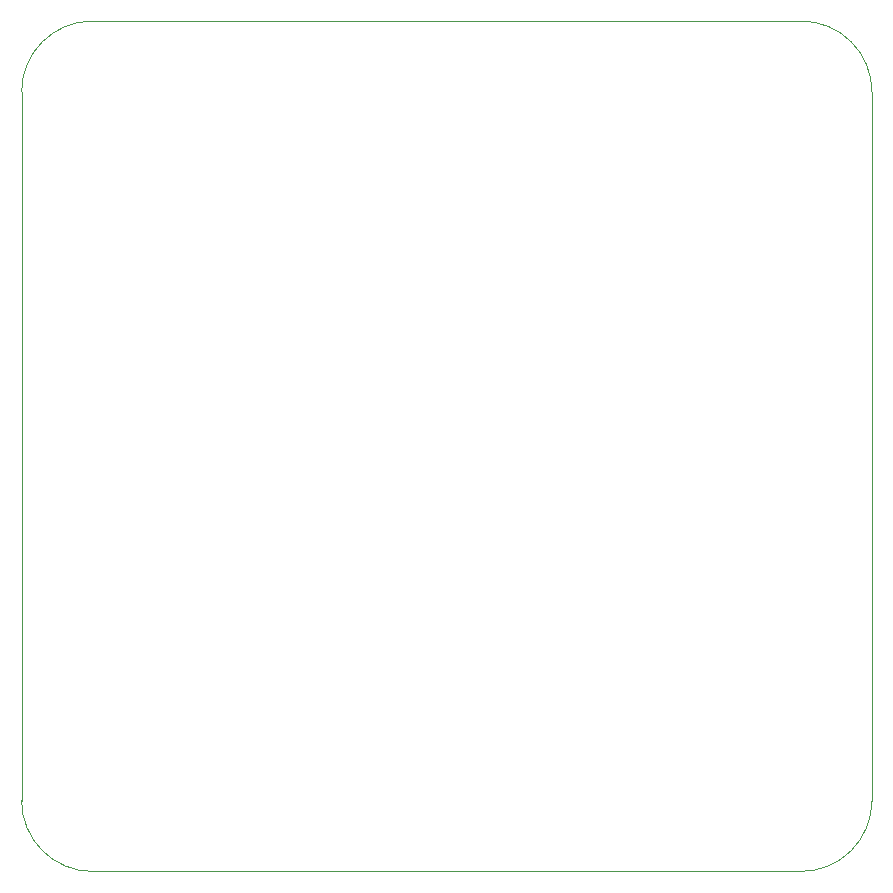
<source format=gbr>
%TF.GenerationSoftware,KiCad,Pcbnew,9.0.0*%
%TF.CreationDate,2025-05-14T11:21:04+02:00*%
%TF.ProjectId,Alarme,416c6172-6d65-42e6-9b69-6361645f7063,V0*%
%TF.SameCoordinates,Original*%
%TF.FileFunction,Profile,NP*%
%FSLAX46Y46*%
G04 Gerber Fmt 4.6, Leading zero omitted, Abs format (unit mm)*
G04 Created by KiCad (PCBNEW 9.0.0) date 2025-05-14 11:21:04*
%MOMM*%
%LPD*%
G01*
G04 APERTURE LIST*
%TA.AperFunction,Profile*%
%ADD10C,0.050000*%
%TD*%
G04 APERTURE END LIST*
D10*
X180000000Y-64000000D02*
G75*
G02*
X186000000Y-70000000I0J-6000000D01*
G01*
X186000000Y-70000000D02*
X186000000Y-130000000D01*
X180000000Y-136000000D02*
X120000000Y-136000000D01*
X114000000Y-70000000D02*
G75*
G02*
X120000000Y-64000000I6000000J0D01*
G01*
X120000000Y-64000000D02*
X180000000Y-64000000D01*
X120000000Y-136000000D02*
G75*
G02*
X114000000Y-130000000I0J6000000D01*
G01*
X114000000Y-130000000D02*
X114000000Y-70000000D01*
X186000000Y-130000000D02*
G75*
G02*
X180000000Y-136000000I-6000000J0D01*
G01*
M02*

</source>
